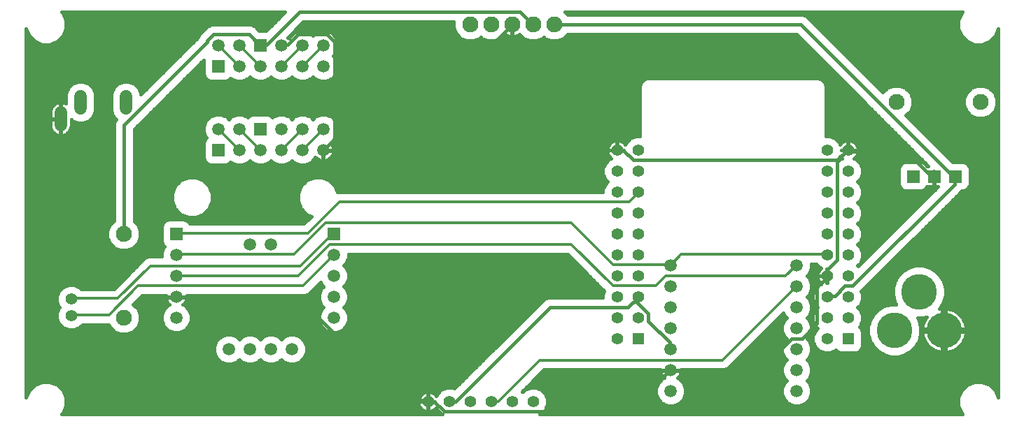
<source format=gbl>
G75*
%MOIN*%
%OFA0B0*%
%FSLAX25Y25*%
%IPPOS*%
%LPD*%
%AMOC8*
5,1,8,0,0,1.08239X$1,22.5*
%
%ADD10C,0.07600*%
%ADD11C,0.17000*%
%ADD12C,0.05937*%
%ADD13R,0.05937X0.05937*%
%ADD14C,0.05543*%
%ADD15C,0.01200*%
%ADD16C,0.05937*%
%ADD17C,0.05600*%
%ADD18R,0.05543X0.05543*%
%ADD19C,0.01500*%
%ADD20C,0.01600*%
D10*
X0056800Y0103933D03*
X0056800Y0143933D03*
X0221800Y0243933D03*
X0231800Y0243933D03*
X0241800Y0243933D03*
X0251800Y0243933D03*
X0261800Y0243933D03*
X0424800Y0206933D03*
X0464800Y0206933D03*
D11*
X0435674Y0116437D03*
X0423863Y0097933D03*
X0447485Y0097933D03*
D12*
X0377300Y0098933D03*
X0377300Y0088933D03*
X0377300Y0078933D03*
X0377300Y0068933D03*
X0317300Y0068933D03*
X0317300Y0078933D03*
X0317300Y0088933D03*
X0317300Y0098933D03*
X0317300Y0108933D03*
X0317300Y0118933D03*
X0317300Y0128933D03*
X0377300Y0128933D03*
X0377300Y0118933D03*
X0377300Y0108933D03*
X0156800Y0103933D03*
X0156800Y0113933D03*
X0156800Y0123933D03*
X0156800Y0133933D03*
X0126800Y0138933D03*
X0116800Y0138933D03*
X0081800Y0133933D03*
X0081800Y0123933D03*
X0081800Y0113933D03*
X0081800Y0103933D03*
X0106800Y0088933D03*
X0116800Y0088933D03*
X0126800Y0088933D03*
X0136800Y0088933D03*
X0131800Y0183933D03*
X0121800Y0183933D03*
X0111800Y0183933D03*
X0111800Y0193933D03*
X0101800Y0193933D03*
X0131800Y0193933D03*
X0141800Y0193933D03*
X0151800Y0193933D03*
X0151800Y0183933D03*
X0141800Y0183933D03*
X0141800Y0223933D03*
X0131800Y0223933D03*
X0121800Y0223933D03*
X0111800Y0223933D03*
X0111800Y0233933D03*
X0101800Y0233933D03*
X0131800Y0233933D03*
X0141800Y0233933D03*
X0151800Y0233933D03*
X0151800Y0223933D03*
D13*
X0121800Y0233933D03*
X0101800Y0223933D03*
X0121800Y0193933D03*
X0101800Y0183933D03*
X0081800Y0143933D03*
X0156800Y0143933D03*
X0432800Y0171433D03*
X0442800Y0171433D03*
X0452800Y0171433D03*
D14*
X0401800Y0173933D03*
X0391800Y0173933D03*
X0391800Y0163933D03*
X0401800Y0163933D03*
X0401800Y0153933D03*
X0391800Y0153933D03*
X0391800Y0143933D03*
X0401800Y0143933D03*
X0401800Y0133933D03*
X0391800Y0133933D03*
X0391800Y0123933D03*
X0401800Y0123933D03*
X0401800Y0113933D03*
X0391800Y0113933D03*
X0391800Y0103933D03*
X0401800Y0103933D03*
X0391800Y0093933D03*
X0301800Y0103933D03*
X0291800Y0103933D03*
X0291800Y0093933D03*
X0291800Y0113933D03*
X0301800Y0113933D03*
X0301800Y0123933D03*
X0291800Y0123933D03*
X0291800Y0133933D03*
X0301800Y0133933D03*
X0301800Y0143933D03*
X0291800Y0143933D03*
X0291800Y0153933D03*
X0301800Y0153933D03*
X0301800Y0163933D03*
X0291800Y0163933D03*
X0291800Y0173933D03*
X0301800Y0173933D03*
X0301800Y0183933D03*
X0291800Y0183933D03*
X0391800Y0183933D03*
X0401800Y0183933D03*
X0251800Y0063933D03*
X0241800Y0063933D03*
X0231800Y0063933D03*
X0221800Y0063933D03*
X0211800Y0063933D03*
X0201800Y0063933D03*
D15*
X0231800Y0063933D02*
X0235200Y0063933D01*
X0255000Y0083733D01*
X0342000Y0083733D01*
X0376800Y0118533D01*
X0377300Y0118933D01*
X0372000Y0123933D02*
X0376800Y0128733D01*
X0377300Y0128933D01*
X0372000Y0123933D02*
X0315000Y0123933D01*
X0310200Y0119133D01*
X0289800Y0119133D01*
X0270000Y0138933D01*
X0154800Y0138933D01*
X0139800Y0123933D01*
X0081800Y0123933D01*
X0069600Y0128733D02*
X0141000Y0128733D01*
X0156600Y0144333D01*
X0156800Y0143933D01*
X0153000Y0149133D02*
X0270000Y0149133D01*
X0289800Y0129333D01*
X0316800Y0129333D01*
X0317300Y0128933D01*
X0317400Y0129333D01*
X0322200Y0134133D01*
X0391800Y0134133D01*
X0391800Y0133933D01*
X0301800Y0163533D02*
X0297600Y0159333D01*
X0159600Y0159333D01*
X0144600Y0144333D01*
X0082200Y0144333D01*
X0081800Y0143933D01*
X0082200Y0134133D02*
X0081800Y0133933D01*
X0082200Y0134133D02*
X0138000Y0134133D01*
X0153000Y0149133D01*
X0156800Y0133933D02*
X0156600Y0133533D01*
X0142200Y0119133D01*
X0063600Y0119133D01*
X0049800Y0105333D01*
X0031800Y0105333D01*
X0031800Y0104996D01*
X0031800Y0112870D02*
X0031800Y0113133D01*
X0054000Y0113133D01*
X0069600Y0128733D01*
X0111800Y0183933D02*
X0101800Y0193933D01*
X0111800Y0193933D02*
X0121800Y0183933D01*
X0131800Y0183933D02*
X0141800Y0193933D01*
X0151800Y0193933D02*
X0141800Y0183933D01*
X0141800Y0223933D02*
X0151800Y0233933D01*
X0141800Y0233933D02*
X0131800Y0223933D01*
X0121800Y0223933D02*
X0111800Y0233933D01*
X0101800Y0233933D02*
X0111800Y0223933D01*
X0301800Y0163933D02*
X0301800Y0163533D01*
D16*
X0057902Y0203839D02*
X0057902Y0209776D01*
X0036249Y0209776D02*
X0036249Y0203839D01*
X0026800Y0201902D02*
X0026800Y0195965D01*
D17*
X0031800Y0112870D03*
X0031800Y0104996D03*
D18*
X0301800Y0093933D03*
X0401800Y0093933D03*
D19*
X0387000Y0101133D02*
X0387000Y0118533D01*
X0391800Y0123333D01*
X0391800Y0123933D01*
X0391800Y0126933D01*
X0396600Y0131733D01*
X0396600Y0179133D01*
X0299400Y0179133D01*
X0294600Y0183933D01*
X0291800Y0183933D01*
X0233400Y0235533D02*
X0241800Y0243933D01*
X0245400Y0249933D02*
X0251400Y0243933D01*
X0251800Y0243933D01*
X0245400Y0249933D02*
X0140400Y0249933D01*
X0124800Y0234333D01*
X0121800Y0234333D01*
X0121800Y0233933D01*
X0121200Y0234333D01*
X0116400Y0239133D01*
X0099600Y0239133D01*
X0096600Y0236133D01*
X0096600Y0235533D01*
X0057000Y0195933D01*
X0057000Y0144333D01*
X0056800Y0143933D01*
X0081800Y0113933D02*
X0082200Y0113733D01*
X0139800Y0113733D01*
X0189000Y0064533D01*
X0201600Y0064533D01*
X0201800Y0063933D01*
X0204600Y0063933D01*
X0209400Y0059133D01*
X0297000Y0059133D01*
X0316800Y0078933D01*
X0317300Y0078933D01*
X0360000Y0078933D01*
X0375000Y0093933D01*
X0379800Y0093933D01*
X0387000Y0101133D01*
X0391800Y0113933D02*
X0391800Y0114333D01*
X0395400Y0114333D01*
X0400200Y0119133D01*
X0403800Y0119133D01*
X0452400Y0167733D01*
X0452400Y0171333D01*
X0452800Y0171433D01*
X0451800Y0171333D01*
X0379200Y0243933D01*
X0261800Y0243933D01*
X0233400Y0235533D02*
X0157200Y0235533D01*
X0157200Y0189333D01*
X0151800Y0183933D01*
X0135000Y0234333D02*
X0139800Y0239133D01*
X0153600Y0239133D01*
X0157200Y0235533D01*
X0135000Y0234333D02*
X0132000Y0234333D01*
X0131800Y0233933D01*
X0297000Y0108933D02*
X0301800Y0113733D01*
X0301800Y0113933D01*
X0300600Y0111933D01*
X0306600Y0105933D01*
X0306600Y0102333D01*
X0316800Y0092133D01*
X0316800Y0089133D01*
X0317300Y0088933D01*
X0297000Y0108933D02*
X0259800Y0108933D01*
X0214800Y0063933D01*
X0211800Y0063933D01*
X0429600Y0183333D02*
X0441000Y0171933D01*
X0442800Y0171933D01*
X0442800Y0171433D01*
X0429600Y0183333D02*
X0402000Y0183333D01*
X0401800Y0183933D01*
X0401400Y0183933D01*
X0396600Y0179133D01*
D20*
X0027864Y0058545D02*
X0027252Y0057933D01*
X0208590Y0057933D01*
X0207964Y0058192D01*
X0206059Y0060097D01*
X0205642Y0061104D01*
X0205440Y0060825D01*
X0204909Y0060293D01*
X0204301Y0059852D01*
X0203632Y0059511D01*
X0202917Y0059279D01*
X0202176Y0059161D01*
X0201886Y0059161D01*
X0201886Y0063847D01*
X0201886Y0064019D01*
X0205028Y0064019D01*
X0205028Y0063847D01*
X0201886Y0063847D01*
X0201714Y0063847D01*
X0201714Y0059161D01*
X0201424Y0059161D01*
X0200683Y0059279D01*
X0199968Y0059511D01*
X0199299Y0059852D01*
X0198691Y0060293D01*
X0198160Y0060825D01*
X0197719Y0061432D01*
X0197378Y0062101D01*
X0197146Y0062816D01*
X0197028Y0063558D01*
X0197028Y0063847D01*
X0201714Y0063847D01*
X0201714Y0064019D01*
X0197028Y0064019D01*
X0197028Y0064309D01*
X0197146Y0065050D01*
X0197378Y0065765D01*
X0197719Y0066434D01*
X0198160Y0067042D01*
X0198691Y0067573D01*
X0199299Y0068014D01*
X0199968Y0068355D01*
X0200683Y0068587D01*
X0201424Y0068705D01*
X0201714Y0068705D01*
X0201714Y0064019D01*
X0201886Y0064019D01*
X0201886Y0068705D01*
X0202176Y0068705D01*
X0202917Y0068587D01*
X0203632Y0068355D01*
X0204301Y0068014D01*
X0204909Y0067573D01*
X0205440Y0067042D01*
X0205642Y0066762D01*
X0206059Y0067769D01*
X0207964Y0069674D01*
X0210453Y0070705D01*
X0213147Y0070705D01*
X0214354Y0070205D01*
X0255773Y0111624D01*
X0257109Y0112960D01*
X0258855Y0113683D01*
X0285028Y0113683D01*
X0285028Y0115280D01*
X0285649Y0116779D01*
X0268095Y0134333D01*
X0163768Y0134333D01*
X0163768Y0132547D01*
X0162708Y0129986D01*
X0161655Y0128933D01*
X0162708Y0127880D01*
X0163768Y0125319D01*
X0163768Y0122547D01*
X0162708Y0119986D01*
X0161655Y0118933D01*
X0162708Y0117880D01*
X0163768Y0115319D01*
X0163768Y0112547D01*
X0162708Y0109986D01*
X0161655Y0108933D01*
X0162708Y0107880D01*
X0163768Y0105319D01*
X0163768Y0102547D01*
X0162708Y0099986D01*
X0160747Y0098025D01*
X0158186Y0096965D01*
X0155414Y0096965D01*
X0152853Y0098025D01*
X0150892Y0099986D01*
X0149831Y0102547D01*
X0149831Y0105319D01*
X0150892Y0107880D01*
X0151945Y0108933D01*
X0150892Y0109986D01*
X0149831Y0112547D01*
X0149831Y0115319D01*
X0150892Y0117880D01*
X0151945Y0118933D01*
X0150892Y0119986D01*
X0150502Y0120929D01*
X0144806Y0115233D01*
X0143115Y0114533D01*
X0086735Y0114533D01*
X0086768Y0114324D01*
X0086768Y0114117D01*
X0081984Y0114117D01*
X0081984Y0113749D01*
X0086768Y0113749D01*
X0086768Y0113542D01*
X0086646Y0112770D01*
X0086404Y0112026D01*
X0086049Y0111329D01*
X0085590Y0110696D01*
X0085037Y0110143D01*
X0085029Y0110138D01*
X0085747Y0109841D01*
X0087708Y0107880D01*
X0088768Y0105319D01*
X0088768Y0102547D01*
X0087708Y0099986D01*
X0085747Y0098025D01*
X0083186Y0096965D01*
X0080414Y0096965D01*
X0077853Y0098025D01*
X0075892Y0099986D01*
X0074831Y0102547D01*
X0074831Y0105319D01*
X0075892Y0107880D01*
X0077853Y0109841D01*
X0078571Y0110138D01*
X0078563Y0110143D01*
X0078010Y0110696D01*
X0077551Y0111329D01*
X0077196Y0112026D01*
X0076954Y0112770D01*
X0076831Y0113542D01*
X0076831Y0113749D01*
X0081616Y0113749D01*
X0081616Y0114117D01*
X0076831Y0114117D01*
X0076831Y0114324D01*
X0076865Y0114533D01*
X0065505Y0114533D01*
X0061368Y0110396D01*
X0063413Y0108351D01*
X0064600Y0105485D01*
X0064600Y0102382D01*
X0063413Y0099515D01*
X0061218Y0097321D01*
X0058352Y0096133D01*
X0055248Y0096133D01*
X0052382Y0097321D01*
X0050187Y0099515D01*
X0049683Y0100733D01*
X0037154Y0100733D01*
X0035652Y0099231D01*
X0033153Y0098196D01*
X0030447Y0098196D01*
X0027948Y0099231D01*
X0026035Y0101144D01*
X0025000Y0103643D01*
X0025000Y0106349D01*
X0026035Y0108848D01*
X0026120Y0108933D01*
X0026035Y0109018D01*
X0025000Y0111517D01*
X0025000Y0114223D01*
X0026035Y0116722D01*
X0027948Y0118635D01*
X0030447Y0119670D01*
X0033153Y0119670D01*
X0035652Y0118635D01*
X0036554Y0117733D01*
X0052095Y0117733D01*
X0065700Y0131339D01*
X0066994Y0132633D01*
X0068685Y0133333D01*
X0074831Y0133333D01*
X0074831Y0135319D01*
X0075892Y0137880D01*
X0076076Y0138064D01*
X0075440Y0138699D01*
X0074831Y0140169D01*
X0074831Y0147697D01*
X0075440Y0149167D01*
X0076566Y0150293D01*
X0078036Y0150902D01*
X0085564Y0150902D01*
X0087034Y0150293D01*
X0088160Y0149167D01*
X0088257Y0148933D01*
X0142695Y0148933D01*
X0146188Y0152427D01*
X0143912Y0153369D01*
X0141236Y0156045D01*
X0139788Y0159541D01*
X0139788Y0163325D01*
X0141236Y0166821D01*
X0143912Y0169497D01*
X0147408Y0170945D01*
X0151192Y0170945D01*
X0154688Y0169497D01*
X0157364Y0166821D01*
X0158578Y0163889D01*
X0158685Y0163933D01*
X0285028Y0163933D01*
X0285028Y0165280D01*
X0286059Y0167769D01*
X0287223Y0168933D01*
X0286059Y0170097D01*
X0285028Y0172586D01*
X0285028Y0175280D01*
X0286059Y0177769D01*
X0287964Y0179674D01*
X0288971Y0180091D01*
X0288691Y0180293D01*
X0288160Y0180825D01*
X0287719Y0181432D01*
X0287378Y0182101D01*
X0287146Y0182816D01*
X0287028Y0183558D01*
X0287028Y0183847D01*
X0291714Y0183847D01*
X0291714Y0184019D01*
X0287028Y0184019D01*
X0287028Y0184309D01*
X0287146Y0185050D01*
X0287378Y0185765D01*
X0287719Y0186434D01*
X0288160Y0187042D01*
X0288691Y0187573D01*
X0289299Y0188014D01*
X0289968Y0188355D01*
X0290683Y0188587D01*
X0291424Y0188705D01*
X0291714Y0188705D01*
X0291714Y0184019D01*
X0291886Y0184019D01*
X0295028Y0184019D01*
X0295028Y0183847D01*
X0291886Y0183847D01*
X0291886Y0184019D01*
X0291886Y0188705D01*
X0292176Y0188705D01*
X0292917Y0188587D01*
X0293632Y0188355D01*
X0294301Y0188014D01*
X0294909Y0187573D01*
X0295440Y0187042D01*
X0295642Y0186762D01*
X0296059Y0187769D01*
X0297964Y0189674D01*
X0300453Y0190705D01*
X0302550Y0190705D01*
X0302550Y0214778D01*
X0303197Y0216340D01*
X0304393Y0217536D01*
X0305955Y0218183D01*
X0387645Y0218183D01*
X0389207Y0217536D01*
X0390403Y0216340D01*
X0391050Y0214778D01*
X0391050Y0190705D01*
X0393147Y0190705D01*
X0395636Y0189674D01*
X0397541Y0187769D01*
X0397958Y0186762D01*
X0398160Y0187042D01*
X0398691Y0187573D01*
X0399299Y0188014D01*
X0399968Y0188355D01*
X0400683Y0188587D01*
X0401424Y0188705D01*
X0401714Y0188705D01*
X0401714Y0184019D01*
X0398572Y0184019D01*
X0398572Y0183847D01*
X0401714Y0183847D01*
X0401714Y0184019D01*
X0401886Y0184019D01*
X0406572Y0184019D01*
X0406572Y0184309D01*
X0406454Y0185050D01*
X0406222Y0185765D01*
X0405881Y0186434D01*
X0405440Y0187042D01*
X0404909Y0187573D01*
X0404301Y0188014D01*
X0403632Y0188355D01*
X0402917Y0188587D01*
X0402176Y0188705D01*
X0401886Y0188705D01*
X0401886Y0184019D01*
X0401886Y0183847D01*
X0406572Y0183847D01*
X0406572Y0183558D01*
X0406454Y0182816D01*
X0406222Y0182101D01*
X0405881Y0181432D01*
X0405440Y0180825D01*
X0404909Y0180293D01*
X0404629Y0180091D01*
X0405636Y0179674D01*
X0407541Y0177769D01*
X0408572Y0175280D01*
X0408572Y0172586D01*
X0407541Y0170097D01*
X0406377Y0168933D01*
X0407541Y0167769D01*
X0408572Y0165280D01*
X0408572Y0162586D01*
X0407541Y0160097D01*
X0406377Y0158933D01*
X0407541Y0157769D01*
X0408572Y0155280D01*
X0408572Y0152586D01*
X0407541Y0150097D01*
X0406377Y0148933D01*
X0407541Y0147769D01*
X0408572Y0145280D01*
X0408572Y0142586D01*
X0407541Y0140097D01*
X0406377Y0138933D01*
X0407541Y0137769D01*
X0408572Y0135280D01*
X0408572Y0132586D01*
X0407541Y0130097D01*
X0406377Y0128933D01*
X0406630Y0128680D01*
X0444414Y0166465D01*
X0442984Y0166465D01*
X0442984Y0171249D01*
X0442616Y0171249D01*
X0442616Y0166465D01*
X0439568Y0166465D01*
X0439299Y0166537D01*
X0439160Y0166199D01*
X0438034Y0165074D01*
X0436564Y0164465D01*
X0429036Y0164465D01*
X0427566Y0165074D01*
X0426440Y0166199D01*
X0425831Y0167669D01*
X0425831Y0175197D01*
X0426440Y0176667D01*
X0427566Y0177793D01*
X0429036Y0178402D01*
X0436564Y0178402D01*
X0438034Y0177793D01*
X0439160Y0176667D01*
X0439299Y0176330D01*
X0439568Y0176402D01*
X0440014Y0176402D01*
X0377232Y0239183D01*
X0268081Y0239183D01*
X0266218Y0237321D01*
X0263352Y0236133D01*
X0260248Y0236133D01*
X0257382Y0237321D01*
X0256800Y0237902D01*
X0256218Y0237321D01*
X0253352Y0236133D01*
X0250248Y0236133D01*
X0247382Y0237321D01*
X0245355Y0239347D01*
X0244840Y0238972D01*
X0244026Y0238558D01*
X0243158Y0238276D01*
X0242256Y0238133D01*
X0241984Y0238133D01*
X0241984Y0243749D01*
X0241616Y0243749D01*
X0241616Y0238133D01*
X0241344Y0238133D01*
X0240442Y0238276D01*
X0239574Y0238558D01*
X0238760Y0238972D01*
X0238245Y0239347D01*
X0236218Y0237321D01*
X0233352Y0236133D01*
X0230248Y0236133D01*
X0227382Y0237321D01*
X0226800Y0237902D01*
X0226218Y0237321D01*
X0223352Y0236133D01*
X0220248Y0236133D01*
X0217382Y0237321D01*
X0215187Y0239515D01*
X0214000Y0242382D01*
X0214000Y0245183D01*
X0142368Y0245183D01*
X0134962Y0237777D01*
X0135037Y0237723D01*
X0135590Y0237170D01*
X0135595Y0237163D01*
X0135892Y0237880D01*
X0137853Y0239841D01*
X0140414Y0240902D01*
X0143186Y0240902D01*
X0145747Y0239841D01*
X0146800Y0238788D01*
X0147853Y0239841D01*
X0150414Y0240902D01*
X0153186Y0240902D01*
X0155747Y0239841D01*
X0157708Y0237880D01*
X0158768Y0235319D01*
X0158768Y0232547D01*
X0157708Y0229986D01*
X0156655Y0228933D01*
X0157708Y0227880D01*
X0158768Y0225319D01*
X0158768Y0222547D01*
X0157708Y0219986D01*
X0155747Y0218025D01*
X0153186Y0216965D01*
X0150414Y0216965D01*
X0147853Y0218025D01*
X0146800Y0219078D01*
X0145747Y0218025D01*
X0143186Y0216965D01*
X0140414Y0216965D01*
X0137853Y0218025D01*
X0136800Y0219078D01*
X0135747Y0218025D01*
X0133186Y0216965D01*
X0130414Y0216965D01*
X0127853Y0218025D01*
X0126800Y0219078D01*
X0125747Y0218025D01*
X0123186Y0216965D01*
X0120414Y0216965D01*
X0117853Y0218025D01*
X0116800Y0219078D01*
X0115747Y0218025D01*
X0113186Y0216965D01*
X0110414Y0216965D01*
X0107853Y0218025D01*
X0107669Y0218209D01*
X0107034Y0217574D01*
X0105564Y0216965D01*
X0098036Y0216965D01*
X0096566Y0217574D01*
X0095440Y0218699D01*
X0094831Y0220169D01*
X0094831Y0227047D01*
X0061750Y0193966D01*
X0061750Y0150014D01*
X0063413Y0148351D01*
X0064600Y0145485D01*
X0064600Y0142382D01*
X0063413Y0139515D01*
X0061218Y0137321D01*
X0058352Y0136133D01*
X0055248Y0136133D01*
X0052382Y0137321D01*
X0050187Y0139515D01*
X0049000Y0142382D01*
X0049000Y0145485D01*
X0050187Y0148351D01*
X0052250Y0150414D01*
X0052250Y0196878D01*
X0052973Y0198624D01*
X0053118Y0198768D01*
X0051995Y0199891D01*
X0050934Y0202452D01*
X0050934Y0211162D01*
X0051995Y0213723D01*
X0053955Y0215683D01*
X0056516Y0216744D01*
X0059288Y0216744D01*
X0061850Y0215683D01*
X0063810Y0213723D01*
X0064871Y0211162D01*
X0064871Y0210521D01*
X0092149Y0237799D01*
X0092573Y0238824D01*
X0095573Y0241824D01*
X0096909Y0243160D01*
X0098655Y0243883D01*
X0117345Y0243883D01*
X0119091Y0243160D01*
X0121349Y0240902D01*
X0124651Y0240902D01*
X0133683Y0249933D01*
X0027252Y0249933D01*
X0027864Y0249321D01*
X0029312Y0245825D01*
X0029312Y0242041D01*
X0027864Y0238545D01*
X0025188Y0235869D01*
X0021692Y0234421D01*
X0017908Y0234421D01*
X0014412Y0235869D01*
X0011736Y0238545D01*
X0010300Y0242013D01*
X0010300Y0065854D01*
X0011736Y0069321D01*
X0014412Y0071997D01*
X0017908Y0073445D01*
X0021692Y0073445D01*
X0025188Y0071997D01*
X0027864Y0069321D01*
X0029312Y0065825D01*
X0029312Y0062041D01*
X0027864Y0058545D01*
X0027341Y0058022D02*
X0208374Y0058022D01*
X0206536Y0059621D02*
X0203847Y0059621D01*
X0201886Y0059621D02*
X0201714Y0059621D01*
X0201714Y0061219D02*
X0201886Y0061219D01*
X0201886Y0062818D02*
X0201714Y0062818D01*
X0201714Y0064416D02*
X0201886Y0064416D01*
X0201886Y0066015D02*
X0201714Y0066015D01*
X0201714Y0067613D02*
X0201886Y0067613D01*
X0204852Y0067613D02*
X0205995Y0067613D01*
X0207502Y0069212D02*
X0027909Y0069212D01*
X0028571Y0067613D02*
X0198748Y0067613D01*
X0197505Y0066015D02*
X0029233Y0066015D01*
X0029312Y0064416D02*
X0197045Y0064416D01*
X0197145Y0062818D02*
X0029312Y0062818D01*
X0028971Y0061219D02*
X0197873Y0061219D01*
X0199753Y0059621D02*
X0028309Y0059621D01*
X0011029Y0067613D02*
X0010300Y0067613D01*
X0010300Y0066015D02*
X0010367Y0066015D01*
X0010300Y0069212D02*
X0011691Y0069212D01*
X0010300Y0070810D02*
X0013226Y0070810D01*
X0015407Y0072409D02*
X0010300Y0072409D01*
X0010300Y0074008D02*
X0218157Y0074008D01*
X0219755Y0075606D02*
X0010300Y0075606D01*
X0010300Y0077205D02*
X0221354Y0077205D01*
X0222952Y0078803D02*
X0010300Y0078803D01*
X0010300Y0080402D02*
X0224551Y0080402D01*
X0226149Y0082000D02*
X0138272Y0082000D01*
X0138186Y0081965D02*
X0140747Y0083025D01*
X0142708Y0084986D01*
X0143768Y0087547D01*
X0143768Y0090319D01*
X0142708Y0092880D01*
X0140747Y0094841D01*
X0138186Y0095902D01*
X0135414Y0095902D01*
X0132853Y0094841D01*
X0131800Y0093788D01*
X0130747Y0094841D01*
X0128186Y0095902D01*
X0125414Y0095902D01*
X0122853Y0094841D01*
X0121800Y0093788D01*
X0120747Y0094841D01*
X0118186Y0095902D01*
X0115414Y0095902D01*
X0112853Y0094841D01*
X0111800Y0093788D01*
X0110747Y0094841D01*
X0108186Y0095902D01*
X0105414Y0095902D01*
X0102853Y0094841D01*
X0100892Y0092880D01*
X0099831Y0090319D01*
X0099831Y0087547D01*
X0100892Y0084986D01*
X0102853Y0083025D01*
X0105414Y0081965D01*
X0108186Y0081965D01*
X0110747Y0083025D01*
X0111800Y0084078D01*
X0112853Y0083025D01*
X0115414Y0081965D01*
X0118186Y0081965D01*
X0120747Y0083025D01*
X0121800Y0084078D01*
X0122853Y0083025D01*
X0125414Y0081965D01*
X0128186Y0081965D01*
X0130747Y0083025D01*
X0131800Y0084078D01*
X0132853Y0083025D01*
X0135414Y0081965D01*
X0138186Y0081965D01*
X0135328Y0082000D02*
X0128272Y0082000D01*
X0125328Y0082000D02*
X0118272Y0082000D01*
X0115328Y0082000D02*
X0108272Y0082000D01*
X0105328Y0082000D02*
X0010300Y0082000D01*
X0010300Y0083599D02*
X0102280Y0083599D01*
X0100805Y0085197D02*
X0010300Y0085197D01*
X0010300Y0086796D02*
X0100143Y0086796D01*
X0099831Y0088394D02*
X0010300Y0088394D01*
X0010300Y0089993D02*
X0099831Y0089993D01*
X0100358Y0091591D02*
X0010300Y0091591D01*
X0010300Y0093190D02*
X0101202Y0093190D01*
X0102800Y0094788D02*
X0010300Y0094788D01*
X0010300Y0096387D02*
X0054636Y0096387D01*
X0051717Y0097985D02*
X0010300Y0097985D01*
X0010300Y0099584D02*
X0027596Y0099584D01*
X0026019Y0101182D02*
X0010300Y0101182D01*
X0010300Y0102781D02*
X0025357Y0102781D01*
X0025000Y0104379D02*
X0010300Y0104379D01*
X0010300Y0105978D02*
X0025000Y0105978D01*
X0025508Y0107576D02*
X0010300Y0107576D01*
X0010300Y0109175D02*
X0025970Y0109175D01*
X0025308Y0110773D02*
X0010300Y0110773D01*
X0010300Y0112372D02*
X0025000Y0112372D01*
X0025000Y0113970D02*
X0010300Y0113970D01*
X0010300Y0115569D02*
X0025558Y0115569D01*
X0026481Y0117167D02*
X0010300Y0117167D01*
X0010300Y0118766D02*
X0028264Y0118766D01*
X0035336Y0118766D02*
X0053127Y0118766D01*
X0054726Y0120364D02*
X0010300Y0120364D01*
X0010300Y0121963D02*
X0056324Y0121963D01*
X0057923Y0123561D02*
X0010300Y0123561D01*
X0010300Y0125160D02*
X0059521Y0125160D01*
X0061120Y0126758D02*
X0010300Y0126758D01*
X0010300Y0128357D02*
X0062718Y0128357D01*
X0064317Y0129955D02*
X0010300Y0129955D01*
X0010300Y0131554D02*
X0065915Y0131554D01*
X0068249Y0133152D02*
X0010300Y0133152D01*
X0010300Y0134751D02*
X0074831Y0134751D01*
X0075258Y0136349D02*
X0058874Y0136349D01*
X0061846Y0137948D02*
X0075960Y0137948D01*
X0075089Y0139546D02*
X0063426Y0139546D01*
X0064088Y0141145D02*
X0074831Y0141145D01*
X0074831Y0142743D02*
X0064600Y0142743D01*
X0064600Y0144342D02*
X0074831Y0144342D01*
X0074831Y0145941D02*
X0064411Y0145941D01*
X0063749Y0147539D02*
X0074831Y0147539D01*
X0075428Y0149138D02*
X0062626Y0149138D01*
X0061750Y0150736D02*
X0077636Y0150736D01*
X0081236Y0156045D02*
X0083912Y0153369D01*
X0087408Y0151921D01*
X0091192Y0151921D01*
X0094688Y0153369D01*
X0097364Y0156045D01*
X0098812Y0159541D01*
X0098812Y0163325D01*
X0097364Y0166821D01*
X0094688Y0169497D01*
X0091192Y0170945D01*
X0087408Y0170945D01*
X0083912Y0169497D01*
X0081236Y0166821D01*
X0079788Y0163325D01*
X0079788Y0159541D01*
X0081236Y0156045D01*
X0081750Y0155532D02*
X0061750Y0155532D01*
X0061750Y0157130D02*
X0080787Y0157130D01*
X0080125Y0158729D02*
X0061750Y0158729D01*
X0061750Y0160327D02*
X0079788Y0160327D01*
X0079788Y0161926D02*
X0061750Y0161926D01*
X0061750Y0163524D02*
X0079871Y0163524D01*
X0080533Y0165123D02*
X0061750Y0165123D01*
X0061750Y0166721D02*
X0081195Y0166721D01*
X0082735Y0168320D02*
X0061750Y0168320D01*
X0061750Y0169918D02*
X0084929Y0169918D01*
X0093671Y0169918D02*
X0144929Y0169918D01*
X0142735Y0168320D02*
X0095865Y0168320D01*
X0097405Y0166721D02*
X0141195Y0166721D01*
X0140533Y0165123D02*
X0098067Y0165123D01*
X0098729Y0163524D02*
X0139871Y0163524D01*
X0139788Y0161926D02*
X0098812Y0161926D01*
X0098812Y0160327D02*
X0139788Y0160327D01*
X0140125Y0158729D02*
X0098475Y0158729D01*
X0097813Y0157130D02*
X0140787Y0157130D01*
X0141750Y0155532D02*
X0096850Y0155532D01*
X0095252Y0153933D02*
X0143348Y0153933D01*
X0146096Y0152335D02*
X0092190Y0152335D01*
X0088172Y0149138D02*
X0142899Y0149138D01*
X0144498Y0150736D02*
X0085964Y0150736D01*
X0086410Y0152335D02*
X0061750Y0152335D01*
X0061750Y0153933D02*
X0083348Y0153933D01*
X0061750Y0171517D02*
X0285471Y0171517D01*
X0285028Y0173115D02*
X0061750Y0173115D01*
X0061750Y0174714D02*
X0285028Y0174714D01*
X0285456Y0176312D02*
X0061750Y0176312D01*
X0061750Y0177911D02*
X0096228Y0177911D01*
X0096566Y0177574D02*
X0098036Y0176965D01*
X0105564Y0176965D01*
X0107034Y0177574D01*
X0107669Y0178209D01*
X0107853Y0178025D01*
X0110414Y0176965D01*
X0113186Y0176965D01*
X0115747Y0178025D01*
X0116800Y0179078D01*
X0117853Y0178025D01*
X0120414Y0176965D01*
X0123186Y0176965D01*
X0125747Y0178025D01*
X0126800Y0179078D01*
X0127853Y0178025D01*
X0130414Y0176965D01*
X0133186Y0176965D01*
X0135747Y0178025D01*
X0136800Y0179078D01*
X0137853Y0178025D01*
X0140414Y0176965D01*
X0143186Y0176965D01*
X0145747Y0178025D01*
X0147708Y0179986D01*
X0148005Y0180704D01*
X0148010Y0180696D01*
X0148563Y0180143D01*
X0149196Y0179684D01*
X0149893Y0179329D01*
X0150637Y0179087D01*
X0151409Y0178965D01*
X0151616Y0178965D01*
X0151616Y0182433D01*
X0151984Y0182433D01*
X0151984Y0178965D01*
X0152191Y0178965D01*
X0152963Y0179087D01*
X0153707Y0179329D01*
X0154404Y0179684D01*
X0155037Y0180143D01*
X0155590Y0180696D01*
X0156049Y0181329D01*
X0156404Y0182026D01*
X0156646Y0182770D01*
X0156768Y0183542D01*
X0156768Y0183749D01*
X0154773Y0183749D01*
X0155141Y0184117D01*
X0156768Y0184117D01*
X0156768Y0184324D01*
X0156646Y0185097D01*
X0156404Y0185840D01*
X0156049Y0186537D01*
X0155800Y0186880D01*
X0155800Y0188078D01*
X0157708Y0189986D01*
X0158768Y0192547D01*
X0158768Y0195319D01*
X0157708Y0197880D01*
X0155747Y0199841D01*
X0153186Y0200902D01*
X0150414Y0200902D01*
X0147853Y0199841D01*
X0146800Y0198788D01*
X0145747Y0199841D01*
X0143186Y0200902D01*
X0140414Y0200902D01*
X0137853Y0199841D01*
X0136800Y0198788D01*
X0135747Y0199841D01*
X0133186Y0200902D01*
X0130414Y0200902D01*
X0127853Y0199841D01*
X0127669Y0199657D01*
X0127034Y0200293D01*
X0125564Y0200902D01*
X0118036Y0200902D01*
X0116566Y0200293D01*
X0115931Y0199657D01*
X0115747Y0199841D01*
X0113186Y0200902D01*
X0110414Y0200902D01*
X0107853Y0199841D01*
X0106800Y0198788D01*
X0105747Y0199841D01*
X0103186Y0200902D01*
X0100414Y0200902D01*
X0097853Y0199841D01*
X0095892Y0197880D01*
X0094831Y0195319D01*
X0094831Y0192547D01*
X0095892Y0189986D01*
X0096076Y0189803D01*
X0095440Y0189167D01*
X0094831Y0187697D01*
X0094831Y0180169D01*
X0095440Y0178699D01*
X0096566Y0177574D01*
X0095105Y0179509D02*
X0061750Y0179509D01*
X0061750Y0181108D02*
X0094831Y0181108D01*
X0094831Y0182706D02*
X0061750Y0182706D01*
X0061750Y0184305D02*
X0094831Y0184305D01*
X0094831Y0185903D02*
X0061750Y0185903D01*
X0061750Y0187502D02*
X0094831Y0187502D01*
X0095413Y0189100D02*
X0061750Y0189100D01*
X0061750Y0190699D02*
X0095597Y0190699D01*
X0094935Y0192297D02*
X0061750Y0192297D01*
X0061750Y0193896D02*
X0094831Y0193896D01*
X0094904Y0195494D02*
X0063279Y0195494D01*
X0064877Y0197093D02*
X0095566Y0197093D01*
X0096703Y0198691D02*
X0066476Y0198691D01*
X0068074Y0200290D02*
X0098937Y0200290D01*
X0104663Y0200290D02*
X0108937Y0200290D01*
X0114663Y0200290D02*
X0116563Y0200290D01*
X0127037Y0200290D02*
X0128937Y0200290D01*
X0134663Y0200290D02*
X0138937Y0200290D01*
X0144663Y0200290D02*
X0148937Y0200290D01*
X0154663Y0200290D02*
X0302550Y0200290D01*
X0302550Y0201888D02*
X0069673Y0201888D01*
X0071271Y0203487D02*
X0302550Y0203487D01*
X0302550Y0205085D02*
X0072870Y0205085D01*
X0074468Y0206684D02*
X0302550Y0206684D01*
X0302550Y0208282D02*
X0076067Y0208282D01*
X0077665Y0209881D02*
X0302550Y0209881D01*
X0302550Y0211479D02*
X0079264Y0211479D01*
X0080862Y0213078D02*
X0302550Y0213078D01*
X0302550Y0214677D02*
X0082461Y0214677D01*
X0084059Y0216275D02*
X0303170Y0216275D01*
X0305207Y0217874D02*
X0155381Y0217874D01*
X0157194Y0219472D02*
X0396944Y0219472D01*
X0398542Y0217874D02*
X0388393Y0217874D01*
X0390430Y0216275D02*
X0400141Y0216275D01*
X0401739Y0214677D02*
X0391050Y0214677D01*
X0391050Y0213078D02*
X0403338Y0213078D01*
X0404936Y0211479D02*
X0391050Y0211479D01*
X0391050Y0209881D02*
X0406535Y0209881D01*
X0408133Y0208282D02*
X0391050Y0208282D01*
X0391050Y0206684D02*
X0409732Y0206684D01*
X0411330Y0205085D02*
X0391050Y0205085D01*
X0391050Y0203487D02*
X0412929Y0203487D01*
X0414527Y0201888D02*
X0391050Y0201888D01*
X0391050Y0200290D02*
X0416126Y0200290D01*
X0417724Y0198691D02*
X0391050Y0198691D01*
X0391050Y0197093D02*
X0419323Y0197093D01*
X0420921Y0195494D02*
X0391050Y0195494D01*
X0391050Y0193896D02*
X0422520Y0193896D01*
X0424118Y0192297D02*
X0391050Y0192297D01*
X0393161Y0190699D02*
X0425717Y0190699D01*
X0427315Y0189100D02*
X0396209Y0189100D01*
X0397651Y0187502D02*
X0398621Y0187502D01*
X0401714Y0187502D02*
X0401886Y0187502D01*
X0401886Y0185903D02*
X0401714Y0185903D01*
X0401714Y0184305D02*
X0401886Y0184305D01*
X0404979Y0187502D02*
X0428914Y0187502D01*
X0430512Y0185903D02*
X0406151Y0185903D01*
X0406572Y0184305D02*
X0432111Y0184305D01*
X0433709Y0182706D02*
X0406419Y0182706D01*
X0405645Y0181108D02*
X0435308Y0181108D01*
X0436906Y0179509D02*
X0405800Y0179509D01*
X0407399Y0177911D02*
X0427851Y0177911D01*
X0426293Y0176312D02*
X0408144Y0176312D01*
X0408572Y0174714D02*
X0425831Y0174714D01*
X0425831Y0173115D02*
X0408572Y0173115D01*
X0408129Y0171517D02*
X0425831Y0171517D01*
X0425831Y0169918D02*
X0407362Y0169918D01*
X0406990Y0168320D02*
X0425831Y0168320D01*
X0426224Y0166721D02*
X0407975Y0166721D01*
X0408572Y0165123D02*
X0427517Y0165123D01*
X0438083Y0165123D02*
X0443072Y0165123D01*
X0442984Y0166721D02*
X0442616Y0166721D01*
X0442616Y0168320D02*
X0442984Y0168320D01*
X0442984Y0169918D02*
X0442616Y0169918D01*
X0442616Y0171617D02*
X0442616Y0173800D01*
X0442984Y0173431D01*
X0442984Y0171617D01*
X0442616Y0171617D01*
X0442616Y0173115D02*
X0442984Y0173115D01*
X0438505Y0177911D02*
X0437749Y0177911D01*
X0445546Y0184305D02*
X0473300Y0184305D01*
X0473300Y0185903D02*
X0443947Y0185903D01*
X0442349Y0187502D02*
X0473300Y0187502D01*
X0473300Y0189100D02*
X0440750Y0189100D01*
X0439152Y0190699D02*
X0473300Y0190699D01*
X0473300Y0192297D02*
X0437553Y0192297D01*
X0435955Y0193896D02*
X0473300Y0193896D01*
X0473300Y0195494D02*
X0434356Y0195494D01*
X0432758Y0197093D02*
X0473300Y0197093D01*
X0473300Y0198691D02*
X0431159Y0198691D01*
X0429561Y0200290D02*
X0460456Y0200290D01*
X0460382Y0200321D02*
X0463248Y0199133D01*
X0466352Y0199133D01*
X0469218Y0200321D01*
X0471413Y0202515D01*
X0472600Y0205382D01*
X0472600Y0208485D01*
X0471413Y0211351D01*
X0469218Y0213546D01*
X0466352Y0214733D01*
X0463248Y0214733D01*
X0460382Y0213546D01*
X0458187Y0211351D01*
X0457000Y0208485D01*
X0457000Y0205382D01*
X0458187Y0202515D01*
X0460382Y0200321D01*
X0458814Y0201888D02*
X0430786Y0201888D01*
X0431413Y0202515D02*
X0432600Y0205382D01*
X0432600Y0208485D01*
X0431413Y0211351D01*
X0429218Y0213546D01*
X0426352Y0214733D01*
X0423248Y0214733D01*
X0420382Y0213546D01*
X0418343Y0211507D01*
X0383227Y0246624D01*
X0381891Y0247960D01*
X0380145Y0248683D01*
X0268081Y0248683D01*
X0266831Y0249933D01*
X0456348Y0249933D01*
X0455736Y0249321D01*
X0454288Y0245825D01*
X0454288Y0242041D01*
X0455736Y0238545D01*
X0458412Y0235869D01*
X0461908Y0234421D01*
X0465692Y0234421D01*
X0469188Y0235869D01*
X0471864Y0238545D01*
X0473300Y0242013D01*
X0473300Y0065854D01*
X0471864Y0069321D01*
X0469188Y0071997D01*
X0465692Y0073445D01*
X0461908Y0073445D01*
X0458412Y0071997D01*
X0455736Y0069321D01*
X0454288Y0065825D01*
X0454288Y0062041D01*
X0455736Y0058545D01*
X0456348Y0057933D01*
X0255010Y0057933D01*
X0255636Y0058192D01*
X0257541Y0060097D01*
X0258572Y0062586D01*
X0258572Y0065280D01*
X0257541Y0067769D01*
X0255636Y0069674D01*
X0253147Y0070705D01*
X0250453Y0070705D01*
X0247964Y0069674D01*
X0246800Y0068510D01*
X0246541Y0068769D01*
X0256905Y0079133D01*
X0312331Y0079133D01*
X0312331Y0079117D01*
X0317116Y0079117D01*
X0317116Y0078749D01*
X0312331Y0078749D01*
X0312331Y0078542D01*
X0312454Y0077770D01*
X0312696Y0077026D01*
X0313051Y0076329D01*
X0313510Y0075696D01*
X0314063Y0075143D01*
X0314071Y0075138D01*
X0313353Y0074841D01*
X0311392Y0072880D01*
X0310331Y0070319D01*
X0310331Y0067547D01*
X0311392Y0064986D01*
X0313353Y0063025D01*
X0315914Y0061965D01*
X0318686Y0061965D01*
X0321247Y0063025D01*
X0323208Y0064986D01*
X0324268Y0067547D01*
X0324268Y0070319D01*
X0323208Y0072880D01*
X0321247Y0074841D01*
X0320529Y0075138D01*
X0320537Y0075143D01*
X0321090Y0075696D01*
X0321549Y0076329D01*
X0321904Y0077026D01*
X0322146Y0077770D01*
X0322268Y0078542D01*
X0322268Y0078749D01*
X0317484Y0078749D01*
X0317484Y0079117D01*
X0322268Y0079117D01*
X0322268Y0079133D01*
X0342915Y0079133D01*
X0344606Y0079833D01*
X0370914Y0106141D01*
X0371392Y0104986D01*
X0372445Y0103933D01*
X0371392Y0102880D01*
X0370331Y0100319D01*
X0370331Y0097547D01*
X0371392Y0094986D01*
X0372445Y0093933D01*
X0371392Y0092880D01*
X0370331Y0090319D01*
X0370331Y0087547D01*
X0371392Y0084986D01*
X0372445Y0083933D01*
X0371392Y0082880D01*
X0370331Y0080319D01*
X0370331Y0077547D01*
X0371392Y0074986D01*
X0372445Y0073933D01*
X0371392Y0072880D01*
X0370331Y0070319D01*
X0370331Y0067547D01*
X0371392Y0064986D01*
X0373353Y0063025D01*
X0375914Y0061965D01*
X0378686Y0061965D01*
X0381247Y0063025D01*
X0383208Y0064986D01*
X0384268Y0067547D01*
X0384268Y0070319D01*
X0383208Y0072880D01*
X0382155Y0073933D01*
X0383208Y0074986D01*
X0384268Y0077547D01*
X0384268Y0080319D01*
X0383208Y0082880D01*
X0382155Y0083933D01*
X0383208Y0084986D01*
X0384268Y0087547D01*
X0384268Y0090319D01*
X0383208Y0092880D01*
X0382155Y0093933D01*
X0383208Y0094986D01*
X0384268Y0097547D01*
X0384268Y0100319D01*
X0383208Y0102880D01*
X0382155Y0103933D01*
X0383208Y0104986D01*
X0384268Y0107547D01*
X0384268Y0110319D01*
X0383208Y0112880D01*
X0382155Y0113933D01*
X0383208Y0114986D01*
X0384268Y0117547D01*
X0384268Y0120319D01*
X0383208Y0122880D01*
X0382155Y0123933D01*
X0383208Y0124986D01*
X0384268Y0127547D01*
X0384268Y0129533D01*
X0386623Y0129533D01*
X0387964Y0128192D01*
X0388971Y0127775D01*
X0388691Y0127573D01*
X0388160Y0127042D01*
X0387719Y0126434D01*
X0387378Y0125765D01*
X0387146Y0125050D01*
X0387028Y0124309D01*
X0387028Y0124019D01*
X0391714Y0124019D01*
X0391714Y0123847D01*
X0391714Y0120705D01*
X0391886Y0120705D01*
X0391886Y0123847D01*
X0391714Y0123847D01*
X0387028Y0123847D01*
X0387028Y0123558D01*
X0387146Y0122816D01*
X0387378Y0122101D01*
X0387719Y0121432D01*
X0388160Y0120825D01*
X0388691Y0120293D01*
X0388971Y0120091D01*
X0387964Y0119674D01*
X0386059Y0117769D01*
X0385028Y0115280D01*
X0385028Y0112586D01*
X0386059Y0110097D01*
X0387223Y0108933D01*
X0386059Y0107769D01*
X0385028Y0105280D01*
X0385028Y0102586D01*
X0386059Y0100097D01*
X0387223Y0098933D01*
X0386059Y0097769D01*
X0385028Y0095280D01*
X0385028Y0092586D01*
X0386059Y0090097D01*
X0387964Y0088192D01*
X0390453Y0087161D01*
X0393147Y0087161D01*
X0395636Y0088192D01*
X0395988Y0088545D01*
X0396763Y0087770D01*
X0398233Y0087161D01*
X0405367Y0087161D01*
X0406837Y0087770D01*
X0407963Y0088896D01*
X0408572Y0090366D01*
X0408572Y0097500D01*
X0407963Y0098971D01*
X0407188Y0099745D01*
X0407541Y0100097D01*
X0408572Y0102586D01*
X0408572Y0105280D01*
X0407541Y0107769D01*
X0406377Y0108933D01*
X0407541Y0110097D01*
X0408572Y0112586D01*
X0408572Y0115280D01*
X0408013Y0116629D01*
X0455091Y0163706D01*
X0455849Y0164465D01*
X0456564Y0164465D01*
X0458034Y0165074D01*
X0459160Y0166199D01*
X0459768Y0167669D01*
X0459768Y0175197D01*
X0459160Y0176667D01*
X0458034Y0177793D01*
X0456564Y0178402D01*
X0451449Y0178402D01*
X0429374Y0200476D01*
X0431413Y0202515D01*
X0431815Y0203487D02*
X0457785Y0203487D01*
X0457123Y0205085D02*
X0432477Y0205085D01*
X0432600Y0206684D02*
X0457000Y0206684D01*
X0457000Y0208282D02*
X0432600Y0208282D01*
X0432022Y0209881D02*
X0457578Y0209881D01*
X0458316Y0211479D02*
X0431284Y0211479D01*
X0429686Y0213078D02*
X0459914Y0213078D01*
X0463112Y0214677D02*
X0426488Y0214677D01*
X0423112Y0214677D02*
X0415174Y0214677D01*
X0413576Y0216275D02*
X0473300Y0216275D01*
X0473300Y0214677D02*
X0466488Y0214677D01*
X0469686Y0213078D02*
X0473300Y0213078D01*
X0473300Y0211479D02*
X0471284Y0211479D01*
X0472022Y0209881D02*
X0473300Y0209881D01*
X0473300Y0208282D02*
X0472600Y0208282D01*
X0472600Y0206684D02*
X0473300Y0206684D01*
X0473300Y0205085D02*
X0472477Y0205085D01*
X0471815Y0203487D02*
X0473300Y0203487D01*
X0473300Y0201888D02*
X0470786Y0201888D01*
X0469144Y0200290D02*
X0473300Y0200290D01*
X0473300Y0182706D02*
X0447144Y0182706D01*
X0448743Y0181108D02*
X0473300Y0181108D01*
X0473300Y0179509D02*
X0450341Y0179509D01*
X0457749Y0177911D02*
X0473300Y0177911D01*
X0473300Y0176312D02*
X0459307Y0176312D01*
X0459768Y0174714D02*
X0473300Y0174714D01*
X0473300Y0173115D02*
X0459768Y0173115D01*
X0459768Y0171517D02*
X0473300Y0171517D01*
X0473300Y0169918D02*
X0459768Y0169918D01*
X0459768Y0168320D02*
X0473300Y0168320D01*
X0473300Y0166721D02*
X0459376Y0166721D01*
X0458083Y0165123D02*
X0473300Y0165123D01*
X0473300Y0163524D02*
X0454909Y0163524D01*
X0453310Y0161926D02*
X0473300Y0161926D01*
X0473300Y0160327D02*
X0451712Y0160327D01*
X0450113Y0158729D02*
X0473300Y0158729D01*
X0473300Y0157130D02*
X0448515Y0157130D01*
X0446916Y0155532D02*
X0473300Y0155532D01*
X0473300Y0153933D02*
X0445318Y0153933D01*
X0443719Y0152335D02*
X0473300Y0152335D01*
X0473300Y0150736D02*
X0442120Y0150736D01*
X0440522Y0149138D02*
X0473300Y0149138D01*
X0473300Y0147539D02*
X0438923Y0147539D01*
X0437325Y0145941D02*
X0473300Y0145941D01*
X0473300Y0144342D02*
X0435726Y0144342D01*
X0434128Y0142743D02*
X0473300Y0142743D01*
X0473300Y0141145D02*
X0432529Y0141145D01*
X0430931Y0139546D02*
X0473300Y0139546D01*
X0473300Y0137948D02*
X0429332Y0137948D01*
X0427734Y0136349D02*
X0473300Y0136349D01*
X0473300Y0134751D02*
X0426135Y0134751D01*
X0424537Y0133152D02*
X0473300Y0133152D01*
X0473300Y0131554D02*
X0422938Y0131554D01*
X0421340Y0129955D02*
X0473300Y0129955D01*
X0473300Y0128357D02*
X0439485Y0128357D01*
X0440499Y0128085D02*
X0437320Y0128937D01*
X0434028Y0128937D01*
X0430849Y0128085D01*
X0427999Y0126439D01*
X0425672Y0124112D01*
X0424026Y0121262D01*
X0423174Y0118083D01*
X0423174Y0114791D01*
X0424026Y0111612D01*
X0424707Y0110433D01*
X0422217Y0110433D01*
X0419038Y0109581D01*
X0416188Y0107936D01*
X0413860Y0105608D01*
X0412215Y0102758D01*
X0411363Y0099579D01*
X0411363Y0096287D01*
X0412215Y0093108D01*
X0413860Y0090258D01*
X0416188Y0087931D01*
X0419038Y0086285D01*
X0422217Y0085433D01*
X0425509Y0085433D01*
X0428688Y0086285D01*
X0431538Y0087931D01*
X0433865Y0090258D01*
X0435511Y0093108D01*
X0436363Y0096287D01*
X0436363Y0099579D01*
X0435511Y0102758D01*
X0434830Y0103937D01*
X0437320Y0103937D01*
X0439257Y0104456D01*
X0438908Y0104019D01*
X0438281Y0103020D01*
X0437769Y0101958D01*
X0437380Y0100844D01*
X0437117Y0099695D01*
X0437009Y0098733D01*
X0446685Y0098733D01*
X0446685Y0097133D01*
X0448285Y0097133D01*
X0448285Y0087457D01*
X0449247Y0087565D01*
X0450396Y0087828D01*
X0451510Y0088217D01*
X0452572Y0088729D01*
X0453571Y0089356D01*
X0454493Y0090091D01*
X0455327Y0090925D01*
X0456062Y0091847D01*
X0456689Y0092846D01*
X0457201Y0093909D01*
X0457591Y0095022D01*
X0457853Y0096171D01*
X0457961Y0097133D01*
X0448285Y0097133D01*
X0448285Y0098733D01*
X0457961Y0098733D01*
X0457853Y0099695D01*
X0457591Y0100844D01*
X0457201Y0101958D01*
X0456689Y0103020D01*
X0456062Y0104019D01*
X0455327Y0104941D01*
X0454493Y0105775D01*
X0453571Y0106510D01*
X0452572Y0107137D01*
X0451510Y0107649D01*
X0450396Y0108039D01*
X0449247Y0108301D01*
X0448285Y0108409D01*
X0448285Y0098733D01*
X0446685Y0098733D01*
X0446685Y0108409D01*
X0445723Y0108301D01*
X0445066Y0108151D01*
X0445677Y0108762D01*
X0447322Y0111612D01*
X0448174Y0114791D01*
X0448174Y0118083D01*
X0447322Y0121262D01*
X0445677Y0124112D01*
X0443349Y0126439D01*
X0440499Y0128085D01*
X0442797Y0126758D02*
X0473300Y0126758D01*
X0473300Y0125160D02*
X0444629Y0125160D01*
X0445995Y0123561D02*
X0473300Y0123561D01*
X0473300Y0121963D02*
X0446917Y0121963D01*
X0447563Y0120364D02*
X0473300Y0120364D01*
X0473300Y0118766D02*
X0447991Y0118766D01*
X0448174Y0117167D02*
X0473300Y0117167D01*
X0473300Y0115569D02*
X0448174Y0115569D01*
X0447954Y0113970D02*
X0473300Y0113970D01*
X0473300Y0112372D02*
X0447526Y0112372D01*
X0446838Y0110773D02*
X0473300Y0110773D01*
X0473300Y0109175D02*
X0445915Y0109175D01*
X0446685Y0107576D02*
X0448285Y0107576D01*
X0448285Y0105978D02*
X0446685Y0105978D01*
X0446685Y0104379D02*
X0448285Y0104379D01*
X0448285Y0102781D02*
X0446685Y0102781D01*
X0446685Y0101182D02*
X0448285Y0101182D01*
X0448285Y0099584D02*
X0446685Y0099584D01*
X0446685Y0097985D02*
X0436363Y0097985D01*
X0437009Y0097133D02*
X0437117Y0096171D01*
X0437380Y0095022D01*
X0437769Y0093909D01*
X0438281Y0092846D01*
X0438908Y0091847D01*
X0439643Y0090925D01*
X0440477Y0090091D01*
X0441399Y0089356D01*
X0442398Y0088729D01*
X0443461Y0088217D01*
X0444574Y0087828D01*
X0445723Y0087565D01*
X0446685Y0087457D01*
X0446685Y0097133D01*
X0437009Y0097133D01*
X0437093Y0096387D02*
X0436363Y0096387D01*
X0435961Y0094788D02*
X0437461Y0094788D01*
X0438115Y0093190D02*
X0435533Y0093190D01*
X0434635Y0091591D02*
X0439113Y0091591D01*
X0440601Y0089993D02*
X0433600Y0089993D01*
X0432002Y0088394D02*
X0443093Y0088394D01*
X0446685Y0088394D02*
X0448285Y0088394D01*
X0448285Y0089993D02*
X0446685Y0089993D01*
X0446685Y0091591D02*
X0448285Y0091591D01*
X0448285Y0093190D02*
X0446685Y0093190D01*
X0446685Y0094788D02*
X0448285Y0094788D01*
X0448285Y0096387D02*
X0446685Y0096387D01*
X0448285Y0097985D02*
X0473300Y0097985D01*
X0473300Y0096387D02*
X0457877Y0096387D01*
X0457509Y0094788D02*
X0473300Y0094788D01*
X0473300Y0093190D02*
X0456855Y0093190D01*
X0455858Y0091591D02*
X0473300Y0091591D01*
X0473300Y0089993D02*
X0454369Y0089993D01*
X0451877Y0088394D02*
X0473300Y0088394D01*
X0473300Y0086796D02*
X0429572Y0086796D01*
X0418154Y0086796D02*
X0383957Y0086796D01*
X0384268Y0088394D02*
X0387762Y0088394D01*
X0386164Y0089993D02*
X0384268Y0089993D01*
X0383742Y0091591D02*
X0385440Y0091591D01*
X0385028Y0093190D02*
X0382898Y0093190D01*
X0383010Y0094788D02*
X0385028Y0094788D01*
X0385487Y0096387D02*
X0383788Y0096387D01*
X0384268Y0097985D02*
X0386276Y0097985D01*
X0386573Y0099584D02*
X0384268Y0099584D01*
X0383911Y0101182D02*
X0385610Y0101182D01*
X0385028Y0102781D02*
X0383249Y0102781D01*
X0382601Y0104379D02*
X0385028Y0104379D01*
X0385317Y0105978D02*
X0383619Y0105978D01*
X0384268Y0107576D02*
X0385979Y0107576D01*
X0386982Y0109175D02*
X0384268Y0109175D01*
X0384080Y0110773D02*
X0385779Y0110773D01*
X0385117Y0112372D02*
X0383418Y0112372D01*
X0382192Y0113970D02*
X0385028Y0113970D01*
X0385148Y0115569D02*
X0383449Y0115569D01*
X0384111Y0117167D02*
X0385810Y0117167D01*
X0387056Y0118766D02*
X0384268Y0118766D01*
X0384250Y0120364D02*
X0388621Y0120364D01*
X0387449Y0121963D02*
X0383588Y0121963D01*
X0382527Y0123561D02*
X0387028Y0123561D01*
X0387181Y0125160D02*
X0383280Y0125160D01*
X0383942Y0126758D02*
X0387955Y0126758D01*
X0387800Y0128357D02*
X0384268Y0128357D01*
X0391714Y0127161D02*
X0391714Y0124019D01*
X0391886Y0124019D01*
X0391886Y0127161D01*
X0391714Y0127161D01*
X0391714Y0126758D02*
X0391886Y0126758D01*
X0391886Y0125160D02*
X0391714Y0125160D01*
X0391714Y0123561D02*
X0391886Y0123561D01*
X0391886Y0121963D02*
X0391714Y0121963D01*
X0408552Y0117167D02*
X0423174Y0117167D01*
X0423174Y0115569D02*
X0408452Y0115569D01*
X0408572Y0113970D02*
X0423394Y0113970D01*
X0423822Y0112372D02*
X0408483Y0112372D01*
X0407821Y0110773D02*
X0424510Y0110773D01*
X0418334Y0109175D02*
X0406618Y0109175D01*
X0407621Y0107576D02*
X0415828Y0107576D01*
X0414230Y0105978D02*
X0408283Y0105978D01*
X0408572Y0104379D02*
X0413151Y0104379D01*
X0412228Y0102781D02*
X0408572Y0102781D01*
X0407990Y0101182D02*
X0411793Y0101182D01*
X0411364Y0099584D02*
X0407350Y0099584D01*
X0408371Y0097985D02*
X0411363Y0097985D01*
X0411363Y0096387D02*
X0408572Y0096387D01*
X0408572Y0094788D02*
X0411765Y0094788D01*
X0412193Y0093190D02*
X0408572Y0093190D01*
X0408572Y0091591D02*
X0413091Y0091591D01*
X0414126Y0089993D02*
X0408417Y0089993D01*
X0407461Y0088394D02*
X0415724Y0088394D01*
X0396139Y0088394D02*
X0395838Y0088394D01*
X0383295Y0085197D02*
X0473300Y0085197D01*
X0473300Y0083599D02*
X0382489Y0083599D01*
X0383572Y0082000D02*
X0473300Y0082000D01*
X0473300Y0080402D02*
X0384234Y0080402D01*
X0384268Y0078803D02*
X0473300Y0078803D01*
X0473300Y0077205D02*
X0384127Y0077205D01*
X0383465Y0075606D02*
X0473300Y0075606D01*
X0473300Y0074008D02*
X0382229Y0074008D01*
X0383403Y0072409D02*
X0459407Y0072409D01*
X0457226Y0070810D02*
X0384065Y0070810D01*
X0384268Y0069212D02*
X0455691Y0069212D01*
X0455029Y0067613D02*
X0384268Y0067613D01*
X0383634Y0066015D02*
X0454367Y0066015D01*
X0454288Y0064416D02*
X0382638Y0064416D01*
X0380746Y0062818D02*
X0454288Y0062818D01*
X0454629Y0061219D02*
X0258006Y0061219D01*
X0258572Y0062818D02*
X0313854Y0062818D01*
X0311962Y0064416D02*
X0258572Y0064416D01*
X0258267Y0066015D02*
X0310966Y0066015D01*
X0310331Y0067613D02*
X0257605Y0067613D01*
X0256098Y0069212D02*
X0310331Y0069212D01*
X0310535Y0070810D02*
X0248583Y0070810D01*
X0247502Y0069212D02*
X0246984Y0069212D01*
X0250181Y0072409D02*
X0311197Y0072409D01*
X0312519Y0074008D02*
X0251780Y0074008D01*
X0253378Y0075606D02*
X0313601Y0075606D01*
X0312637Y0077205D02*
X0254977Y0077205D01*
X0256575Y0078803D02*
X0317116Y0078803D01*
X0317484Y0078803D02*
X0370331Y0078803D01*
X0370366Y0080402D02*
X0345174Y0080402D01*
X0346772Y0082000D02*
X0371028Y0082000D01*
X0372111Y0083599D02*
X0348371Y0083599D01*
X0349969Y0085197D02*
X0371305Y0085197D01*
X0370643Y0086796D02*
X0351568Y0086796D01*
X0353166Y0088394D02*
X0370331Y0088394D01*
X0370331Y0089993D02*
X0354765Y0089993D01*
X0356363Y0091591D02*
X0370858Y0091591D01*
X0371702Y0093190D02*
X0357962Y0093190D01*
X0359560Y0094788D02*
X0371590Y0094788D01*
X0370812Y0096387D02*
X0361159Y0096387D01*
X0362757Y0097985D02*
X0370331Y0097985D01*
X0370331Y0099584D02*
X0364356Y0099584D01*
X0365954Y0101182D02*
X0370689Y0101182D01*
X0371351Y0102781D02*
X0367553Y0102781D01*
X0369152Y0104379D02*
X0371999Y0104379D01*
X0370981Y0105978D02*
X0370750Y0105978D01*
X0410150Y0118766D02*
X0423357Y0118766D01*
X0423785Y0120364D02*
X0411749Y0120364D01*
X0413347Y0121963D02*
X0424431Y0121963D01*
X0425354Y0123561D02*
X0414946Y0123561D01*
X0416544Y0125160D02*
X0426719Y0125160D01*
X0428551Y0126758D02*
X0418143Y0126758D01*
X0419741Y0128357D02*
X0431863Y0128357D01*
X0415897Y0137948D02*
X0407362Y0137948D01*
X0406990Y0139546D02*
X0417496Y0139546D01*
X0419094Y0141145D02*
X0407975Y0141145D01*
X0408572Y0142743D02*
X0420693Y0142743D01*
X0422291Y0144342D02*
X0408572Y0144342D01*
X0408298Y0145941D02*
X0423890Y0145941D01*
X0425488Y0147539D02*
X0407636Y0147539D01*
X0406581Y0149138D02*
X0427087Y0149138D01*
X0428685Y0150736D02*
X0407805Y0150736D01*
X0408467Y0152335D02*
X0430284Y0152335D01*
X0431883Y0153933D02*
X0408572Y0153933D01*
X0408467Y0155532D02*
X0433481Y0155532D01*
X0435080Y0157130D02*
X0407805Y0157130D01*
X0406581Y0158729D02*
X0436678Y0158729D01*
X0438277Y0160327D02*
X0407636Y0160327D01*
X0408298Y0161926D02*
X0439875Y0161926D01*
X0441474Y0163524D02*
X0408572Y0163524D01*
X0396800Y0178510D02*
X0396377Y0178933D01*
X0397541Y0180097D01*
X0397958Y0181104D01*
X0398160Y0180825D01*
X0398691Y0180293D01*
X0398971Y0180091D01*
X0397964Y0179674D01*
X0396800Y0178510D01*
X0396953Y0179509D02*
X0397800Y0179509D01*
X0416773Y0213078D02*
X0419914Y0213078D01*
X0411977Y0217874D02*
X0473300Y0217874D01*
X0473300Y0219472D02*
X0410379Y0219472D01*
X0408780Y0221071D02*
X0473300Y0221071D01*
X0473300Y0222669D02*
X0407181Y0222669D01*
X0405583Y0224268D02*
X0473300Y0224268D01*
X0473300Y0225866D02*
X0403984Y0225866D01*
X0402386Y0227465D02*
X0473300Y0227465D01*
X0473300Y0229063D02*
X0400787Y0229063D01*
X0399189Y0230662D02*
X0473300Y0230662D01*
X0473300Y0232260D02*
X0397590Y0232260D01*
X0395992Y0233859D02*
X0473300Y0233859D01*
X0473300Y0235457D02*
X0468193Y0235457D01*
X0470374Y0237056D02*
X0473300Y0237056D01*
X0473300Y0238654D02*
X0471909Y0238654D01*
X0472571Y0240253D02*
X0473300Y0240253D01*
X0473300Y0241851D02*
X0473233Y0241851D01*
X0459407Y0235457D02*
X0394393Y0235457D01*
X0392795Y0237056D02*
X0457226Y0237056D01*
X0455691Y0238654D02*
X0391196Y0238654D01*
X0389598Y0240253D02*
X0455029Y0240253D01*
X0454367Y0241851D02*
X0387999Y0241851D01*
X0386401Y0243450D02*
X0454288Y0243450D01*
X0454288Y0245048D02*
X0384802Y0245048D01*
X0383227Y0246624D02*
X0383227Y0246624D01*
X0383204Y0246647D02*
X0454629Y0246647D01*
X0455291Y0248245D02*
X0381202Y0248245D01*
X0377761Y0238654D02*
X0267552Y0238654D01*
X0265579Y0237056D02*
X0379360Y0237056D01*
X0380958Y0235457D02*
X0158711Y0235457D01*
X0158768Y0233859D02*
X0382557Y0233859D01*
X0384155Y0232260D02*
X0158650Y0232260D01*
X0157988Y0230662D02*
X0385754Y0230662D01*
X0387352Y0229063D02*
X0156785Y0229063D01*
X0157880Y0227465D02*
X0388951Y0227465D01*
X0390549Y0225866D02*
X0158542Y0225866D01*
X0158768Y0224268D02*
X0392148Y0224268D01*
X0393747Y0222669D02*
X0158768Y0222669D01*
X0158157Y0221071D02*
X0395345Y0221071D01*
X0456259Y0249844D02*
X0266920Y0249844D01*
X0246048Y0238654D02*
X0244215Y0238654D01*
X0241984Y0238654D02*
X0241616Y0238654D01*
X0241616Y0240253D02*
X0241984Y0240253D01*
X0241984Y0241851D02*
X0241616Y0241851D01*
X0241616Y0243450D02*
X0241984Y0243450D01*
X0239385Y0238654D02*
X0237552Y0238654D01*
X0235579Y0237056D02*
X0248021Y0237056D01*
X0255579Y0237056D02*
X0258021Y0237056D01*
X0228021Y0237056D02*
X0225579Y0237056D01*
X0218021Y0237056D02*
X0158049Y0237056D01*
X0156934Y0238654D02*
X0216048Y0238654D01*
X0214882Y0240253D02*
X0154753Y0240253D01*
X0148847Y0240253D02*
X0144753Y0240253D01*
X0140634Y0243450D02*
X0214000Y0243450D01*
X0214000Y0245048D02*
X0142233Y0245048D01*
X0139036Y0241851D02*
X0214220Y0241851D01*
X0148219Y0217874D02*
X0145381Y0217874D01*
X0138219Y0217874D02*
X0135381Y0217874D01*
X0128219Y0217874D02*
X0125381Y0217874D01*
X0118219Y0217874D02*
X0115381Y0217874D01*
X0108219Y0217874D02*
X0107334Y0217874D01*
X0096266Y0217874D02*
X0085658Y0217874D01*
X0087256Y0219472D02*
X0095120Y0219472D01*
X0094831Y0221071D02*
X0088855Y0221071D01*
X0090453Y0222669D02*
X0094831Y0222669D01*
X0094831Y0224268D02*
X0092052Y0224268D01*
X0093651Y0225866D02*
X0094831Y0225866D01*
X0085011Y0230662D02*
X0010300Y0230662D01*
X0010300Y0232260D02*
X0086610Y0232260D01*
X0088208Y0233859D02*
X0010300Y0233859D01*
X0010300Y0235457D02*
X0015407Y0235457D01*
X0013226Y0237056D02*
X0010300Y0237056D01*
X0010300Y0238654D02*
X0011691Y0238654D01*
X0011029Y0240253D02*
X0010300Y0240253D01*
X0010300Y0241851D02*
X0010367Y0241851D01*
X0024193Y0235457D02*
X0089807Y0235457D01*
X0091405Y0237056D02*
X0026374Y0237056D01*
X0027909Y0238654D02*
X0092503Y0238654D01*
X0094002Y0240253D02*
X0028571Y0240253D01*
X0029233Y0241851D02*
X0095601Y0241851D01*
X0097609Y0243450D02*
X0029312Y0243450D01*
X0029312Y0245048D02*
X0128798Y0245048D01*
X0130396Y0246647D02*
X0028971Y0246647D01*
X0028309Y0248245D02*
X0131995Y0248245D01*
X0133593Y0249844D02*
X0027341Y0249844D01*
X0010300Y0229063D02*
X0083413Y0229063D01*
X0081814Y0227465D02*
X0010300Y0227465D01*
X0010300Y0225866D02*
X0080216Y0225866D01*
X0078617Y0224268D02*
X0010300Y0224268D01*
X0010300Y0222669D02*
X0077018Y0222669D01*
X0075420Y0221071D02*
X0010300Y0221071D01*
X0010300Y0219472D02*
X0073821Y0219472D01*
X0072223Y0217874D02*
X0010300Y0217874D01*
X0010300Y0216275D02*
X0033730Y0216275D01*
X0034863Y0216744D02*
X0032301Y0215683D01*
X0030341Y0213723D01*
X0029280Y0211162D01*
X0029280Y0206214D01*
X0028707Y0206506D01*
X0027963Y0206748D01*
X0027191Y0206870D01*
X0026984Y0206870D01*
X0026984Y0199117D01*
X0026616Y0199117D01*
X0026616Y0198749D01*
X0026984Y0198749D01*
X0026984Y0190996D01*
X0027191Y0190996D01*
X0027963Y0191118D01*
X0028707Y0191360D01*
X0029404Y0191715D01*
X0030037Y0192175D01*
X0030590Y0192728D01*
X0031049Y0193360D01*
X0031404Y0194057D01*
X0031646Y0194801D01*
X0031768Y0195574D01*
X0031768Y0198464D01*
X0032301Y0197931D01*
X0034863Y0196870D01*
X0037635Y0196870D01*
X0040196Y0197931D01*
X0042156Y0199891D01*
X0043217Y0202452D01*
X0043217Y0211162D01*
X0042156Y0213723D01*
X0040196Y0215683D01*
X0037635Y0216744D01*
X0034863Y0216744D01*
X0038767Y0216275D02*
X0055384Y0216275D01*
X0052948Y0214677D02*
X0041203Y0214677D01*
X0042424Y0213078D02*
X0051728Y0213078D01*
X0051065Y0211479D02*
X0043086Y0211479D01*
X0043217Y0209881D02*
X0050934Y0209881D01*
X0050934Y0208282D02*
X0043217Y0208282D01*
X0043217Y0206684D02*
X0050934Y0206684D01*
X0050934Y0205085D02*
X0043217Y0205085D01*
X0043217Y0203487D02*
X0050934Y0203487D01*
X0051167Y0201888D02*
X0042984Y0201888D01*
X0042322Y0200290D02*
X0051830Y0200290D01*
X0053041Y0198691D02*
X0040957Y0198691D01*
X0038173Y0197093D02*
X0052339Y0197093D01*
X0052250Y0195494D02*
X0031756Y0195494D01*
X0031768Y0197093D02*
X0034325Y0197093D01*
X0031322Y0193896D02*
X0052250Y0193896D01*
X0052250Y0192297D02*
X0030159Y0192297D01*
X0026984Y0192297D02*
X0026616Y0192297D01*
X0026616Y0190996D02*
X0026616Y0198749D01*
X0021831Y0198749D01*
X0021831Y0195574D01*
X0021954Y0194801D01*
X0022196Y0194057D01*
X0022551Y0193360D01*
X0023010Y0192728D01*
X0023563Y0192175D01*
X0024196Y0191715D01*
X0024893Y0191360D01*
X0025637Y0191118D01*
X0026409Y0190996D01*
X0026616Y0190996D01*
X0026616Y0193896D02*
X0026984Y0193896D01*
X0026984Y0195494D02*
X0026616Y0195494D01*
X0026616Y0197093D02*
X0026984Y0197093D01*
X0026984Y0198691D02*
X0026616Y0198691D01*
X0026616Y0199117D02*
X0021831Y0199117D01*
X0021831Y0202293D01*
X0021954Y0203065D01*
X0022196Y0203809D01*
X0022551Y0204506D01*
X0023010Y0205138D01*
X0023563Y0205691D01*
X0024196Y0206151D01*
X0024893Y0206506D01*
X0025637Y0206748D01*
X0026409Y0206870D01*
X0026616Y0206870D01*
X0026616Y0199117D01*
X0026616Y0200290D02*
X0026984Y0200290D01*
X0026984Y0201888D02*
X0026616Y0201888D01*
X0026616Y0203487D02*
X0026984Y0203487D01*
X0026984Y0205085D02*
X0026616Y0205085D01*
X0026616Y0206684D02*
X0026984Y0206684D01*
X0028160Y0206684D02*
X0029280Y0206684D01*
X0029280Y0208282D02*
X0010300Y0208282D01*
X0010300Y0206684D02*
X0025440Y0206684D01*
X0022972Y0205085D02*
X0010300Y0205085D01*
X0010300Y0203487D02*
X0022091Y0203487D01*
X0021831Y0201888D02*
X0010300Y0201888D01*
X0010300Y0200290D02*
X0021831Y0200290D01*
X0021831Y0198691D02*
X0010300Y0198691D01*
X0010300Y0197093D02*
X0021831Y0197093D01*
X0021844Y0195494D02*
X0010300Y0195494D01*
X0010300Y0193896D02*
X0022278Y0193896D01*
X0023441Y0192297D02*
X0010300Y0192297D01*
X0010300Y0190699D02*
X0052250Y0190699D01*
X0052250Y0189100D02*
X0010300Y0189100D01*
X0010300Y0187502D02*
X0052250Y0187502D01*
X0052250Y0185903D02*
X0010300Y0185903D01*
X0010300Y0184305D02*
X0052250Y0184305D01*
X0052250Y0182706D02*
X0010300Y0182706D01*
X0010300Y0181108D02*
X0052250Y0181108D01*
X0052250Y0179509D02*
X0010300Y0179509D01*
X0010300Y0177911D02*
X0052250Y0177911D01*
X0052250Y0176312D02*
X0010300Y0176312D01*
X0010300Y0174714D02*
X0052250Y0174714D01*
X0052250Y0173115D02*
X0010300Y0173115D01*
X0010300Y0171517D02*
X0052250Y0171517D01*
X0052250Y0169918D02*
X0010300Y0169918D01*
X0010300Y0168320D02*
X0052250Y0168320D01*
X0052250Y0166721D02*
X0010300Y0166721D01*
X0010300Y0165123D02*
X0052250Y0165123D01*
X0052250Y0163524D02*
X0010300Y0163524D01*
X0010300Y0161926D02*
X0052250Y0161926D01*
X0052250Y0160327D02*
X0010300Y0160327D01*
X0010300Y0158729D02*
X0052250Y0158729D01*
X0052250Y0157130D02*
X0010300Y0157130D01*
X0010300Y0155532D02*
X0052250Y0155532D01*
X0052250Y0153933D02*
X0010300Y0153933D01*
X0010300Y0152335D02*
X0052250Y0152335D01*
X0052250Y0150736D02*
X0010300Y0150736D01*
X0010300Y0149138D02*
X0050974Y0149138D01*
X0049851Y0147539D02*
X0010300Y0147539D01*
X0010300Y0145941D02*
X0049189Y0145941D01*
X0049000Y0144342D02*
X0010300Y0144342D01*
X0010300Y0142743D02*
X0049000Y0142743D01*
X0049512Y0141145D02*
X0010300Y0141145D01*
X0010300Y0139546D02*
X0050174Y0139546D01*
X0051754Y0137948D02*
X0010300Y0137948D01*
X0010300Y0136349D02*
X0054726Y0136349D01*
X0064943Y0113970D02*
X0081616Y0113970D01*
X0081984Y0113970D02*
X0149831Y0113970D01*
X0149904Y0112372D02*
X0086517Y0112372D01*
X0085646Y0110773D02*
X0150566Y0110773D01*
X0151703Y0109175D02*
X0086413Y0109175D01*
X0087834Y0107576D02*
X0150766Y0107576D01*
X0150104Y0105978D02*
X0088496Y0105978D01*
X0088768Y0104379D02*
X0149831Y0104379D01*
X0149831Y0102781D02*
X0088768Y0102781D01*
X0088203Y0101182D02*
X0150397Y0101182D01*
X0151294Y0099584D02*
X0087306Y0099584D01*
X0085650Y0097985D02*
X0152950Y0097985D01*
X0160650Y0097985D02*
X0242135Y0097985D01*
X0243733Y0099584D02*
X0162306Y0099584D01*
X0163203Y0101182D02*
X0245332Y0101182D01*
X0246930Y0102781D02*
X0163768Y0102781D01*
X0163768Y0104379D02*
X0248529Y0104379D01*
X0250127Y0105978D02*
X0163496Y0105978D01*
X0162834Y0107576D02*
X0251726Y0107576D01*
X0253324Y0109175D02*
X0161897Y0109175D01*
X0163034Y0110773D02*
X0254923Y0110773D01*
X0256521Y0112372D02*
X0163696Y0112372D01*
X0163768Y0113970D02*
X0285028Y0113970D01*
X0285148Y0115569D02*
X0163665Y0115569D01*
X0163003Y0117167D02*
X0285260Y0117167D01*
X0283662Y0118766D02*
X0161822Y0118766D01*
X0162864Y0120364D02*
X0282063Y0120364D01*
X0280465Y0121963D02*
X0163527Y0121963D01*
X0163768Y0123561D02*
X0278866Y0123561D01*
X0277268Y0125160D02*
X0163768Y0125160D01*
X0163172Y0126758D02*
X0275669Y0126758D01*
X0274071Y0128357D02*
X0162231Y0128357D01*
X0162677Y0129955D02*
X0272472Y0129955D01*
X0270874Y0131554D02*
X0163357Y0131554D01*
X0163768Y0133152D02*
X0269275Y0133152D01*
X0285028Y0165123D02*
X0158067Y0165123D01*
X0157405Y0166721D02*
X0285625Y0166721D01*
X0286610Y0168320D02*
X0155865Y0168320D01*
X0153671Y0169918D02*
X0286238Y0169918D01*
X0286201Y0177911D02*
X0145470Y0177911D01*
X0147231Y0179509D02*
X0149538Y0179509D01*
X0151616Y0179509D02*
X0151984Y0179509D01*
X0151984Y0181108D02*
X0151616Y0181108D01*
X0154062Y0179509D02*
X0287800Y0179509D01*
X0287955Y0181108D02*
X0155889Y0181108D01*
X0156626Y0182706D02*
X0287181Y0182706D01*
X0287028Y0184305D02*
X0156768Y0184305D01*
X0156372Y0185903D02*
X0287449Y0185903D01*
X0288621Y0187502D02*
X0155800Y0187502D01*
X0156822Y0189100D02*
X0297391Y0189100D01*
X0295949Y0187502D02*
X0294979Y0187502D01*
X0291886Y0187502D02*
X0291714Y0187502D01*
X0291714Y0185903D02*
X0291886Y0185903D01*
X0291886Y0184305D02*
X0291714Y0184305D01*
X0300439Y0190699D02*
X0158003Y0190699D01*
X0158665Y0192297D02*
X0302550Y0192297D01*
X0302550Y0193896D02*
X0158768Y0193896D01*
X0158696Y0195494D02*
X0302550Y0195494D01*
X0302550Y0197093D02*
X0158034Y0197093D01*
X0156897Y0198691D02*
X0302550Y0198691D01*
X0408129Y0136349D02*
X0414299Y0136349D01*
X0412700Y0134751D02*
X0408572Y0134751D01*
X0408572Y0133152D02*
X0411102Y0133152D01*
X0409503Y0131554D02*
X0408144Y0131554D01*
X0407905Y0129955D02*
X0407399Y0129955D01*
X0451661Y0107576D02*
X0473300Y0107576D01*
X0473300Y0105978D02*
X0454238Y0105978D01*
X0455774Y0104379D02*
X0473300Y0104379D01*
X0473300Y0102781D02*
X0456805Y0102781D01*
X0457472Y0101182D02*
X0473300Y0101182D01*
X0473300Y0099584D02*
X0457866Y0099584D01*
X0439196Y0104379D02*
X0438970Y0104379D01*
X0438165Y0102781D02*
X0435498Y0102781D01*
X0435933Y0101182D02*
X0437498Y0101182D01*
X0437105Y0099584D02*
X0436362Y0099584D01*
X0468193Y0072409D02*
X0473300Y0072409D01*
X0473300Y0070810D02*
X0470374Y0070810D01*
X0471909Y0069212D02*
X0473300Y0069212D01*
X0473300Y0067613D02*
X0472571Y0067613D01*
X0473233Y0066015D02*
X0473300Y0066015D01*
X0456259Y0058022D02*
X0255226Y0058022D01*
X0257064Y0059621D02*
X0455291Y0059621D01*
X0373854Y0062818D02*
X0320746Y0062818D01*
X0322638Y0064416D02*
X0371962Y0064416D01*
X0370966Y0066015D02*
X0323634Y0066015D01*
X0324268Y0067613D02*
X0370331Y0067613D01*
X0370331Y0069212D02*
X0324268Y0069212D01*
X0324065Y0070810D02*
X0370535Y0070810D01*
X0371197Y0072409D02*
X0323403Y0072409D01*
X0322080Y0074008D02*
X0372371Y0074008D01*
X0371135Y0075606D02*
X0320999Y0075606D01*
X0321963Y0077205D02*
X0370473Y0077205D01*
X0240536Y0096387D02*
X0058964Y0096387D01*
X0061883Y0097985D02*
X0077950Y0097985D01*
X0076294Y0099584D02*
X0063441Y0099584D01*
X0064103Y0101182D02*
X0075397Y0101182D01*
X0074831Y0102781D02*
X0064600Y0102781D01*
X0064600Y0104379D02*
X0074831Y0104379D01*
X0075104Y0105978D02*
X0064396Y0105978D01*
X0063734Y0107576D02*
X0075766Y0107576D01*
X0077187Y0109175D02*
X0062589Y0109175D01*
X0061746Y0110773D02*
X0077954Y0110773D01*
X0077083Y0112372D02*
X0063344Y0112372D01*
X0050159Y0099584D02*
X0036004Y0099584D01*
X0024193Y0072409D02*
X0216558Y0072409D01*
X0214960Y0070810D02*
X0026374Y0070810D01*
X0111320Y0083599D02*
X0112280Y0083599D01*
X0121320Y0083599D02*
X0122280Y0083599D01*
X0131320Y0083599D02*
X0132280Y0083599D01*
X0141320Y0083599D02*
X0227748Y0083599D01*
X0229347Y0085197D02*
X0142795Y0085197D01*
X0143457Y0086796D02*
X0230945Y0086796D01*
X0232544Y0088394D02*
X0143768Y0088394D01*
X0143768Y0089993D02*
X0234142Y0089993D01*
X0235741Y0091591D02*
X0143242Y0091591D01*
X0142398Y0093190D02*
X0237339Y0093190D01*
X0238938Y0094788D02*
X0140800Y0094788D01*
X0132800Y0094788D02*
X0130800Y0094788D01*
X0122800Y0094788D02*
X0120800Y0094788D01*
X0112800Y0094788D02*
X0110800Y0094788D01*
X0145141Y0115569D02*
X0149935Y0115569D01*
X0150597Y0117167D02*
X0146740Y0117167D01*
X0148338Y0118766D02*
X0151778Y0118766D01*
X0150736Y0120364D02*
X0149937Y0120364D01*
X0138130Y0177911D02*
X0135470Y0177911D01*
X0128130Y0177911D02*
X0125470Y0177911D01*
X0118130Y0177911D02*
X0115470Y0177911D01*
X0108130Y0177911D02*
X0107372Y0177911D01*
X0067427Y0213078D02*
X0064077Y0213078D01*
X0064739Y0211479D02*
X0065829Y0211479D01*
X0062856Y0214677D02*
X0069026Y0214677D01*
X0070624Y0216275D02*
X0060421Y0216275D01*
X0031295Y0214677D02*
X0010300Y0214677D01*
X0010300Y0213078D02*
X0030074Y0213078D01*
X0029412Y0211479D02*
X0010300Y0211479D01*
X0010300Y0209881D02*
X0029280Y0209881D01*
X0118391Y0243450D02*
X0127199Y0243450D01*
X0125601Y0241851D02*
X0120399Y0241851D01*
X0135839Y0238654D02*
X0136666Y0238654D01*
X0137437Y0240253D02*
X0138847Y0240253D01*
M02*

</source>
